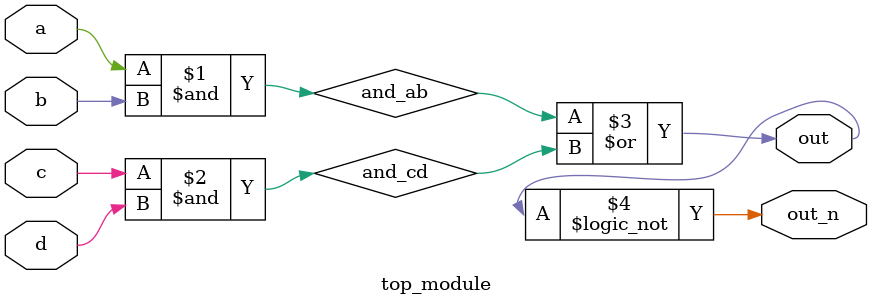
<source format=v>
`default_nettype none
module top_module(
    input a,
    input b,
    input c,
    input d,
    output out,
    output out_n   ); 
	wire and_ab;
    wire and_cd;
    
    assign and_ab = a & b;
    assign and_cd = c & d;
    assign out = and_ab | and_cd;
    assign out_n = !out;
endmodule

</source>
